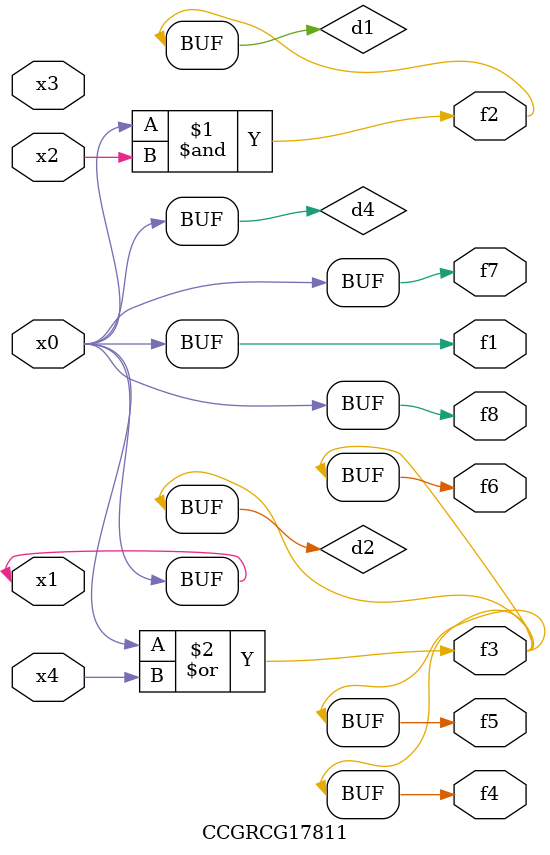
<source format=v>
module CCGRCG17811(
	input x0, x1, x2, x3, x4,
	output f1, f2, f3, f4, f5, f6, f7, f8
);

	wire d1, d2, d3, d4;

	and (d1, x0, x2);
	or (d2, x0, x4);
	nand (d3, x0, x2);
	buf (d4, x0, x1);
	assign f1 = d4;
	assign f2 = d1;
	assign f3 = d2;
	assign f4 = d2;
	assign f5 = d2;
	assign f6 = d2;
	assign f7 = d4;
	assign f8 = d4;
endmodule

</source>
